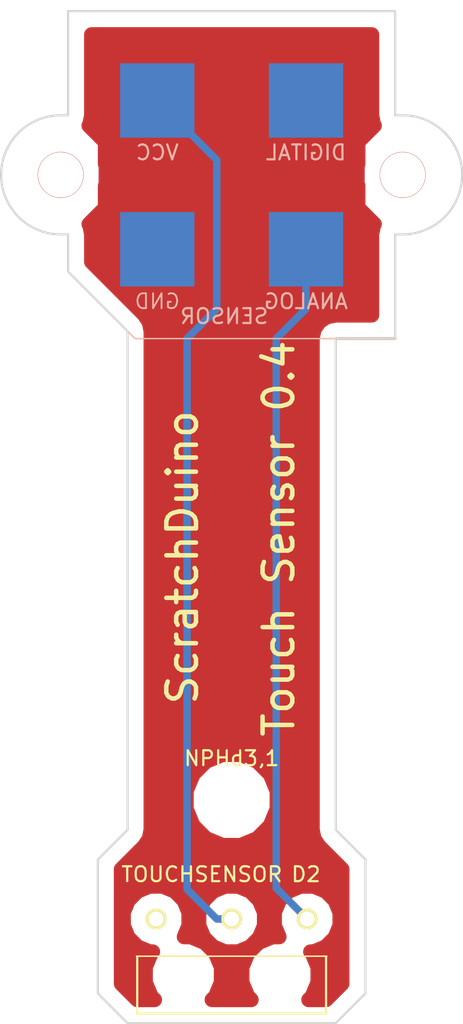
<source format=kicad_pcb>
(kicad_pcb (version 3) (host pcbnew "(2013-may-18)-stable")

  (general
    (links 2)
    (no_connects 0)
    (area 13.663999 12.837 45.947716 81.916001)
    (thickness 1.6)
    (drawings 29)
    (tracks 10)
    (zones 0)
    (modules 3)
    (nets 3)
  )

  (page A3)
  (layers
    (15 F.Cu signal)
    (0 B.Cu signal)
    (16 B.Adhes user hide)
    (17 F.Adhes user hide)
    (18 B.Paste user)
    (19 F.Paste user)
    (20 B.SilkS user)
    (21 F.SilkS user)
    (22 B.Mask user hide)
    (23 F.Mask user)
    (24 Dwgs.User user hide)
    (25 Cmts.User user hide)
    (26 Eco1.User user hide)
    (27 Eco2.User user hide)
    (28 Edge.Cuts user)
  )

  (setup
    (last_trace_width 0.5)
    (trace_clearance 0.254)
    (zone_clearance 1)
    (zone_45_only no)
    (trace_min 0.254)
    (segment_width 0.2)
    (edge_width 0.15)
    (via_size 1.5)
    (via_drill 1)
    (via_min_size 0.889)
    (via_min_drill 0.508)
    (uvia_size 0.508)
    (uvia_drill 0.127)
    (uvias_allowed no)
    (uvia_min_size 0.508)
    (uvia_min_drill 0.127)
    (pcb_text_width 0.3)
    (pcb_text_size 1.5 1.5)
    (mod_edge_width 0.15)
    (mod_text_size 1.5 1.5)
    (mod_text_width 0.15)
    (pad_size 3.1 3.1)
    (pad_drill 3)
    (pad_to_mask_clearance 0.2)
    (aux_axis_origin 0 0)
    (visible_elements FFFFFFBF)
    (pcbplotparams
      (layerselection 284983297)
      (usegerberextensions false)
      (excludeedgelayer true)
      (linewidth 0.100000)
      (plotframeref false)
      (viasonmask false)
      (mode 1)
      (useauxorigin false)
      (hpglpennumber 1)
      (hpglpenspeed 20)
      (hpglpendiameter 15)
      (hpglpenoverlay 2)
      (psnegative false)
      (psa4output false)
      (plotreference true)
      (plotvalue true)
      (plotothertext true)
      (plotinvisibletext false)
      (padsonsilk false)
      (subtractmaskfromsilk false)
      (outputformat 1)
      (mirror false)
      (drillshape 0)
      (scaleselection 1)
      (outputdirectory gerber/))
  )

  (net 0 "")
  (net 1 N-000002)
  (net 2 N-000004)

  (net_class Default "Это класс цепей по умолчанию."
    (clearance 0.254)
    (trace_width 0.5)
    (via_dia 1.5)
    (via_drill 1)
    (uvia_dia 0.508)
    (uvia_drill 0.127)
    (add_net "")
    (add_net N-000002)
    (add_net N-000004)
  )

  (module SENSOR (layer B.Cu) (tedit 55DECAE4) (tstamp 55D8D188)
    (at 17.968 13.341)
    (path /55D7AC0C)
    (fp_text reference P2 (at 11.5 1.5) (layer B.SilkS) hide
      (effects (font (size 1 1) (thickness 0.15)) (justify mirror))
    )
    (fp_text value SENSOR (at 11 21) (layer B.SilkS)
      (effects (font (size 1 1) (thickness 0.15)) (justify mirror))
    )
    (fp_text user DIGITAL (at 16.5 10) (layer B.SilkS)
      (effects (font (size 1 1) (thickness 0.15)) (justify mirror))
    )
    (fp_text user VCC (at 6.5 10) (layer B.SilkS)
      (effects (font (size 1 1) (thickness 0.15)) (justify mirror))
    )
    (fp_text user ANALOG (at 16.5 20) (layer B.SilkS)
      (effects (font (size 1 1) (thickness 0.15)) (justify mirror))
    )
    (fp_text user GND (at 6.5 20) (layer B.SilkS)
      (effects (font (size 1 1) (thickness 0.125)) (justify mirror))
    )
    (fp_line (start 23 15.5) (end 22.5 15.5) (layer B.SilkS) (width 0.1))
    (fp_line (start 22.5 15.5) (end 22.5 22.5) (layer B.SilkS) (width 0.1))
    (fp_line (start 22.5 0.5) (end 22.5 7.5) (layer B.SilkS) (width 0.1))
    (fp_line (start 22.5 7.5) (end 23 7.5) (layer B.SilkS) (width 0.1))
    (fp_line (start 0 7.5) (end 0.5 7.5) (layer B.SilkS) (width 0.1))
    (fp_line (start 0.5 7.5) (end 0.5 0.5) (layer B.SilkS) (width 0.1))
    (fp_line (start 0 15.5) (end 0.5 15.5) (layer B.SilkS) (width 0.1))
    (fp_line (start 0.5 15.5) (end 0.5 17.5) (layer B.SilkS) (width 0.1))
    (fp_arc (start 23 11.5) (end 27 11.5) (angle -90) (layer B.SilkS) (width 0.1))
    (fp_arc (start 23 11.5) (end 23 15.5) (angle -90) (layer B.SilkS) (width 0.1))
    (fp_arc (start 0 11.5) (end 0 7.5) (angle -90) (layer B.SilkS) (width 0.1))
    (fp_arc (start 0 11.5) (end -4 11.5) (angle -90) (layer B.SilkS) (width 0.1))
    (fp_circle (center 0 11.5) (end 1.5 11.5) (layer B.SilkS) (width 0.1))
    (fp_circle (center 23 11.5) (end 24.5 11.5) (layer B.SilkS) (width 0.1))
    (fp_line (start 0.5 17.5) (end 0.5 18) (layer B.SilkS) (width 0.1))
    (fp_line (start 0.5 18) (end 5 22.5) (layer B.SilkS) (width 0.1))
    (fp_line (start 5 22.5) (end 22.5 22.5) (layer B.SilkS) (width 0.1))
    (fp_line (start 22.5 0.5) (end 0.5 0.5) (layer B.SilkS) (width 0.1))
    (pad 2 smd rect (at 6.5 6.5) (size 5 5)
      (layers B.Cu B.Mask)
      (net 1 N-000002)
      (solder_mask_margin 0.1)
    )
    (pad 3 smd rect (at 16.5 6.5) (size 5 5)
      (layers B.Cu B.Mask)
    )
    (pad 1 smd rect (at 6.5 16.5) (size 5 5)
      (layers B.Cu B.Mask)
    )
    (pad 4 smd rect (at 16.5 16.5) (size 5 5)
      (layers B.Cu B.Mask)
      (net 2 N-000004)
    )
    (pad "" np_thru_hole circle (at 0 11.5) (size 3.1 3.1) (drill 3)
      (layers *.Cu *.Mask B.SilkS)
    )
    (pad "" np_thru_hole circle (at 23 11.5) (size 3.1 3.1) (drill 3)
      (layers *.Cu *.Mask B.SilkS)
    )
  )

  (module NPHd3,1 (layer F.Cu) (tedit 55DECAD0) (tstamp 55DEC3EC)
    (at 29.468 66.841)
    (fp_text reference NPHd3,1 (at 0 -2.794) (layer F.SilkS)
      (effects (font (size 1 1) (thickness 0.15)))
    )
    (fp_text value "" (at -0.004 6.184) (layer F.SilkS)
      (effects (font (size 1 1) (thickness 0.15)))
    )
    (pad "" np_thru_hole circle (at 0 0) (size 3.1 3.1) (drill 3.1)
      (layers *.Cu *.Mask F.SilkS)
    )
  )

  (module TOUCH_SENSOR (layer F.Cu) (tedit 55DED1C7) (tstamp 55D8D130)
    (at 29.468 74.841 180)
    (path /55D7AE08)
    (fp_text reference D2 (at -5 3 180) (layer F.SilkS)
      (effects (font (size 1 1) (thickness 0.15)))
    )
    (fp_text value TOUCHSENSOR (at 2 3 180) (layer F.SilkS)
      (effects (font (size 1 1) (thickness 0.15)))
    )
    (fp_line (start -6.35 -2.54) (end -6.35 -6.35) (layer F.SilkS) (width 0.15))
    (fp_line (start -6.35 -6.35) (end 6.35 -6.35) (layer F.SilkS) (width 0.15))
    (fp_line (start 6.35 -6.35) (end 6.35 -2.54) (layer F.SilkS) (width 0.15))
    (fp_line (start -6.4 -2.5) (end 6.4 -2.5) (layer F.SilkS) (width 0.1))
    (pad 2 thru_hole circle (at -5.08 0 180) (size 1.4 1.4) (drill 1)
      (layers *.Cu *.Mask F.SilkS)
      (net 2 N-000004)
    )
    (pad 1 thru_hole circle (at 0 0 180) (size 1.4 1.4) (drill 1)
      (layers *.Cu *.Mask F.SilkS)
      (net 1 N-000002)
    )
    (pad 3 thru_hole circle (at 5.08 0 180) (size 1.4 1.4) (drill 1)
      (layers *.Cu *.Mask F.SilkS)
    )
    (pad "" np_thru_hole circle (at -3.25 -3.75 180) (size 2.1 2.1) (drill 2.1)
      (layers *.Cu *.Mask F.SilkS)
    )
    (pad "" np_thru_hole circle (at 3.25 -3.75 180) (size 2.1 2.1) (drill 2.1)
      (layers *.Cu *.Mask F.SilkS)
    )
  )

  (gr_arc (start 40.968 24.841) (end 44.968 24.941) (angle 90) (layer Edge.Cuts) (width 0.15))
  (gr_line (start 22.468 35.841) (end 22.468 35.341) (angle 90) (layer Edge.Cuts) (width 0.15))
  (gr_line (start 36.468 36.841) (end 36.468 35.841) (angle 90) (layer Edge.Cuts) (width 0.15))
  (gr_line (start 36.468 36.841) (end 36.468 68.841) (angle 90) (layer Edge.Cuts) (width 0.15))
  (gr_line (start 22.468 68.841) (end 22.468 35.841) (angle 90) (layer Edge.Cuts) (width 0.15))
  (gr_line (start 20.468 70.841) (end 22.468 68.841) (angle 90) (layer Edge.Cuts) (width 0.15))
  (gr_line (start 38.468 70.841) (end 36.468 68.841) (angle 90) (layer Edge.Cuts) (width 0.15))
  (gr_line (start 38.468 79.841) (end 38.468 70.841) (angle 90) (layer Edge.Cuts) (width 0.15))
  (gr_line (start 20.468 79.841) (end 20.468 70.841) (angle 90) (layer Edge.Cuts) (width 0.15))
  (gr_line (start 36.468 81.841) (end 38.468 79.841) (angle 90) (layer Edge.Cuts) (width 0.15))
  (gr_line (start 22.468 81.841) (end 20.468 79.841) (angle 90) (layer Edge.Cuts) (width 0.15))
  (gr_line (start 22.468 81.841) (end 36.468 81.841) (angle 90) (layer Edge.Cuts) (width 0.15))
  (gr_line (start 18.468 31.341) (end 22.468 35.341) (angle 90) (layer Edge.Cuts) (width 0.15))
  (gr_line (start 18.468 28.841) (end 18.468 31.341) (angle 90) (layer Edge.Cuts) (width 0.15))
  (gr_line (start 18.068 28.841) (end 18.468 28.841) (angle 90) (layer Edge.Cuts) (width 0.15))
  (gr_line (start 40.468 35.841) (end 36.468 35.841) (angle 90) (layer Edge.Cuts) (width 0.15))
  (gr_line (start 40.468 28.841) (end 40.468 35.841) (angle 90) (layer Edge.Cuts) (width 0.15))
  (gr_line (start 40.868 28.841) (end 40.468 28.841) (angle 90) (layer Edge.Cuts) (width 0.15))
  (gr_line (start 40.468 20.841) (end 41.168 20.841) (angle 90) (layer Edge.Cuts) (width 0.15))
  (gr_line (start 40.468 13.841) (end 40.468 20.841) (angle 90) (layer Edge.Cuts) (width 0.15))
  (gr_line (start 18.468 13.841) (end 40.468 13.841) (angle 90) (layer Edge.Cuts) (width 0.15))
  (gr_line (start 18.468 20.841) (end 18.468 13.841) (angle 90) (layer Edge.Cuts) (width 0.15))
  (gr_line (start 17.768 20.841) (end 18.468 20.841) (angle 90) (layer Edge.Cuts) (width 0.15))
  (gr_arc (start 40.968 24.841) (end 41.168 20.841) (angle 90) (layer Edge.Cuts) (width 0.15))
  (gr_arc (start 17.968 24.841) (end 18.068 28.841) (angle 90) (layer Edge.Cuts) (width 0.15))
  (gr_arc (start 17.968 24.841) (end 13.968 25.041) (angle 90) (layer Edge.Cuts) (width 0.15))
  (gr_text "Touch Sensor 0.4" (at 32.639 49.276 90) (layer F.SilkS)
    (effects (font (size 2 2) (thickness 0.3)))
  )
  (gr_text ScratchDuino (at 26.162 50.546 90) (layer F.SilkS)
    (effects (font (size 2 2) (thickness 0.3)))
  )
  (gr_line (start 40.468 35.841) (end 36.468 35.841) (angle 90) (layer B.SilkS) (width 0.2))

  (segment (start 26.468 35.841) (end 28.468 33.841) (width 0.5) (layer B.Cu) (net 1))
  (segment (start 28.468 74.841) (end 26.468 72.841) (width 0.5) (layer B.Cu) (net 1) (tstamp 55D8E7A4))
  (segment (start 26.468 72.841) (end 26.468 35.841) (width 0.5) (layer B.Cu) (net 1) (tstamp 55D8E7A6))
  (segment (start 29.468 74.841) (end 28.468 74.841) (width 0.5) (layer B.Cu) (net 1))
  (segment (start 28.468 23.841) (end 24.468 19.841) (width 0.5) (layer B.Cu) (net 1) (tstamp 55D8E7AE))
  (segment (start 28.468 33.841) (end 28.468 23.841) (width 0.5) (layer B.Cu) (net 1) (tstamp 55D8E7AD))
  (segment (start 34.468 29.841) (end 34.468 33.841) (width 0.5) (layer B.Cu) (net 2))
  (segment (start 32.468 72.761) (end 34.548 74.841) (width 0.5) (layer B.Cu) (net 2) (tstamp 55D8E7A0))
  (segment (start 32.468 35.841) (end 32.468 72.761) (width 0.5) (layer B.Cu) (net 2) (tstamp 55D8E798))
  (segment (start 34.468 33.841) (end 32.468 35.841) (width 0.5) (layer B.Cu) (net 2) (tstamp 55D8E791))

  (zone (net 0) (net_name "") (layer F.Cu) (tstamp 55DEC76F) (hatch edge 0.508)
    (connect_pads (clearance 1))
    (min_thickness 1)
    (fill (arc_segments 16) (thermal_gap 1) (thermal_bridge_width 1.2))
    (polygon
      (pts
        (xy 40.468 35.841) (xy 36.468 35.841) (xy 36.468 68.841) (xy 38.468 70.841) (xy 38.468 79.841)
        (xy 36.468 81.841) (xy 22.468 81.841) (xy 20.468 79.841) (xy 20.468 70.841) (xy 22.468 68.841)
        (xy 22.468 35.341) (xy 18.468 31.341) (xy 18.468 28.841) (xy 20.468 26.841) (xy 20.468 22.841)
        (xy 18.468 20.841) (xy 18.468 13.841) (xy 40.468 13.841) (xy 40.468 20.841) (xy 38.468 22.841)
        (xy 38.468 26.841) (xy 40.468 28.841)
      )
    )
    (filled_polygon
      (pts
        (xy 39.071079 28.151186) (xy 39.01289 28.238274) (xy 38.893 28.841) (xy 38.893 34.266) (xy 36.468 34.266)
        (xy 35.865274 34.38589) (xy 35.354307 34.727307) (xy 35.01289 35.238274) (xy 34.893 35.841) (xy 34.893 36.841)
        (xy 34.893 68.841) (xy 35.01289 69.443727) (xy 35.354307 69.954693) (xy 36.893 71.493386) (xy 36.893 79.188614)
        (xy 35.815614 80.266) (xy 34.649469 80.266) (xy 34.878524 80.037345) (xy 34.878589 80.037187) (xy 34.878631 80.037183)
        (xy 35.069324 79.577846) (xy 35.267556 79.100452) (xy 35.267556 79.100352) (xy 35.267594 79.100261) (xy 35.267996 78.595258)
        (xy 35.268441 78.085999) (xy 35.268402 78.085906) (xy 35.268403 78.085808) (xy 35.075979 77.620204) (xy 34.881045 77.148428)
        (xy 34.880974 77.148357) (xy 34.880937 77.148267) (xy 34.878631 77.144817) (xy 34.877299 77.144676) (xy 34.774001 77.041197)
        (xy 34.983687 77.041381) (xy 35.792572 76.707156) (xy 36.411981 76.088827) (xy 36.747617 75.280527) (xy 36.748381 74.405313)
        (xy 36.414156 73.596428) (xy 35.795827 72.977019) (xy 34.987527 72.641383) (xy 34.112313 72.640619) (xy 33.303428 72.974844)
        (xy 32.684019 73.593173) (xy 32.522234 73.982793) (xy 32.522234 66.25601) (xy 32.518519 66.246858) (xy 32.518528 66.236979)
        (xy 32.290424 65.684925) (xy 32.065878 65.131735) (xy 32.055324 65.11594) (xy 32.055172 65.115571) (xy 32.054886 65.115285)
        (xy 32.04132 65.094981) (xy 32.032914 65.093274) (xy 31.215361 64.274294) (xy 31.214019 64.26768) (xy 31.204921 64.263835)
        (xy 31.197942 64.256844) (xy 30.646328 64.027794) (xy 30.096344 63.79539) (xy 30.086468 63.795319) (xy 30.077344 63.791531)
        (xy 29.480069 63.791009) (xy 28.88301 63.786766) (xy 28.873858 63.79048) (xy 28.863979 63.790472) (xy 28.311925 64.018575)
        (xy 27.758735 64.243122) (xy 27.74294 64.253675) (xy 27.742571 64.253828) (xy 27.742285 64.254113) (xy 27.721981 64.26768)
        (xy 27.720274 64.276085) (xy 26.901294 65.093638) (xy 26.89468 65.094981) (xy 26.890835 65.104078) (xy 26.883844 65.111058)
        (xy 26.654794 65.662671) (xy 26.42239 66.212656) (xy 26.422319 66.222531) (xy 26.418531 66.231656) (xy 26.418009 66.82893)
        (xy 26.413766 67.42599) (xy 26.41748 67.435141) (xy 26.417472 67.445021) (xy 26.645575 67.997074) (xy 26.870122 68.550265)
        (xy 26.880675 68.566059) (xy 26.880828 68.566429) (xy 26.881113 68.566714) (xy 26.89468 68.587019) (xy 26.903085 68.588725)
        (xy 27.720638 69.407705) (xy 27.721981 69.41432) (xy 27.731078 69.418164) (xy 27.738058 69.425156) (xy 28.289671 69.654205)
        (xy 28.839656 69.88661) (xy 28.849531 69.88668) (xy 28.858656 69.890469) (xy 29.45593 69.89099) (xy 30.05299 69.895234)
        (xy 30.062141 69.891519) (xy 30.072021 69.891528) (xy 30.624074 69.663424) (xy 31.177265 69.438878) (xy 31.193059 69.428324)
        (xy 31.193429 69.428172) (xy 31.193714 69.427886) (xy 31.214019 69.41432) (xy 31.215725 69.405914) (xy 32.034705 68.588361)
        (xy 32.04132 68.587019) (xy 32.045164 68.577921) (xy 32.052156 68.570942) (xy 32.281205 68.019328) (xy 32.51361 67.469344)
        (xy 32.51368 67.459468) (xy 32.517469 67.450344) (xy 32.51799 66.853069) (xy 32.522234 66.25601) (xy 32.522234 73.982793)
        (xy 32.348383 74.401473) (xy 32.347619 75.276687) (xy 32.663407 76.040951) (xy 32.212999 76.040559) (xy 32.212906 76.040597)
        (xy 32.212808 76.040597) (xy 31.747204 76.23302) (xy 31.668381 76.265589) (xy 31.668381 74.405313) (xy 31.334156 73.596428)
        (xy 30.715827 72.977019) (xy 29.907527 72.641383) (xy 29.032313 72.640619) (xy 28.223428 72.974844) (xy 27.604019 73.593173)
        (xy 27.268383 74.401473) (xy 27.267619 75.276687) (xy 27.601844 76.085572) (xy 28.220173 76.704981) (xy 29.028473 77.040617)
        (xy 29.903687 77.041381) (xy 30.712572 76.707156) (xy 31.331981 76.088827) (xy 31.667617 75.280527) (xy 31.668381 74.405313)
        (xy 31.668381 76.265589) (xy 31.275428 76.427955) (xy 31.275357 76.428025) (xy 31.275267 76.428063) (xy 31.271817 76.430369)
        (xy 31.271676 76.4317) (xy 30.557476 77.144655) (xy 30.55741 77.144812) (xy 30.557369 77.144817) (xy 30.366675 77.604153)
        (xy 30.168444 78.081548) (xy 30.168443 78.081647) (xy 30.168406 78.081739) (xy 30.168003 78.586741) (xy 30.167559 79.096001)
        (xy 30.167597 79.096093) (xy 30.167597 79.096192) (xy 30.36002 79.561795) (xy 30.554955 80.033572) (xy 30.555025 80.033642)
        (xy 30.555063 80.033733) (xy 30.557369 80.037183) (xy 30.5587 80.037323) (xy 30.786977 80.266) (xy 28.149469 80.266)
        (xy 28.378524 80.037345) (xy 28.378589 80.037187) (xy 28.378631 80.037183) (xy 28.569324 79.577846) (xy 28.767556 79.100452)
        (xy 28.767556 79.100352) (xy 28.767594 79.100261) (xy 28.767996 78.595258) (xy 28.768441 78.085999) (xy 28.768402 78.085906)
        (xy 28.768403 78.085808) (xy 28.575979 77.620204) (xy 28.381045 77.148428) (xy 28.380974 77.148357) (xy 28.380937 77.148267)
        (xy 28.378631 77.144817) (xy 28.377299 77.144676) (xy 27.664345 76.430476) (xy 27.664187 76.43041) (xy 27.664183 76.430369)
        (xy 27.204846 76.239675) (xy 26.727452 76.041444) (xy 26.727352 76.041443) (xy 26.727261 76.041406) (xy 26.27445 76.041044)
        (xy 26.422357 75.678514) (xy 26.587617 75.280527) (xy 26.587623 75.273439) (xy 26.590298 75.266883) (xy 26.588004 74.836284)
        (xy 26.588381 74.405313) (xy 26.585674 74.398763) (xy 26.585637 74.391682) (xy 26.25968 73.604752) (xy 26.257573 73.604699)
        (xy 26.254156 73.596428) (xy 25.635827 72.977019) (xy 25.624321 72.972241) (xy 25.624248 72.96932) (xy 25.225514 72.806642)
        (xy 24.827527 72.641383) (xy 24.820439 72.641376) (xy 24.813883 72.638702) (xy 24.383284 72.640995) (xy 23.952313 72.640619)
        (xy 23.945763 72.643325) (xy 23.938682 72.643363) (xy 23.151752 72.96932) (xy 23.151699 72.971426) (xy 23.143428 72.974844)
        (xy 22.524019 73.593173) (xy 22.519241 73.604678) (xy 22.51632 73.604752) (xy 22.353642 74.003485) (xy 22.188383 74.401473)
        (xy 22.188376 74.40856) (xy 22.185702 74.415117) (xy 22.187995 74.845715) (xy 22.187619 75.276687) (xy 22.190325 75.283236)
        (xy 22.190363 75.290318) (xy 22.51632 76.077248) (xy 22.518426 76.0773) (xy 22.521844 76.085572) (xy 23.140173 76.704981)
        (xy 23.151678 76.709758) (xy 23.151752 76.71268) (xy 23.550485 76.875357) (xy 23.948473 77.040617) (xy 23.95556 77.040623)
        (xy 23.962117 77.043298) (xy 24.160066 77.042243) (xy 24.057476 77.144655) (xy 24.05741 77.144812) (xy 24.057369 77.144817)
        (xy 23.866675 77.604153) (xy 23.668444 78.081548) (xy 23.668443 78.081647) (xy 23.668406 78.081739) (xy 23.668003 78.586741)
        (xy 23.667559 79.096001) (xy 23.667597 79.096093) (xy 23.667597 79.096192) (xy 23.86002 79.561795) (xy 24.054955 80.033572)
        (xy 24.055025 80.033642) (xy 24.055063 80.033733) (xy 24.057369 80.037183) (xy 24.0587 80.037323) (xy 24.286977 80.266)
        (xy 23.120386 80.266) (xy 22.043 79.188614) (xy 22.043 71.493386) (xy 23.581693 69.954693) (xy 23.92311 69.443727)
        (xy 23.92311 69.443726) (xy 24.043 68.841) (xy 24.043 35.841) (xy 24.043 35.341) (xy 23.92311 34.738274)
        (xy 23.92311 34.738273) (xy 23.581693 34.227307) (xy 20.043 30.688614) (xy 20.043 28.841) (xy 19.92311 28.238274)
        (xy 19.86492 28.151186) (xy 20.968 27.048107) (xy 20.968 25.57728) (xy 21.01361 25.469344) (xy 21.01368 25.459468)
        (xy 21.017469 25.450344) (xy 21.01799 24.853069) (xy 21.022234 24.25601) (xy 21.018519 24.246858) (xy 21.018528 24.236979)
        (xy 20.968 24.114691) (xy 20.968 22.633893) (xy 19.86492 21.530813) (xy 19.92311 21.443726) (xy 20.043 20.841)
        (xy 20.043 15.416) (xy 38.893 15.416) (xy 38.893 20.841) (xy 39.01289 21.443726) (xy 39.071079 21.530813)
        (xy 37.968 22.633893) (xy 37.968 24.104719) (xy 37.92239 24.212656) (xy 37.922319 24.222531) (xy 37.918531 24.231656)
        (xy 37.918009 24.82893) (xy 37.913766 25.42599) (xy 37.91748 25.435141) (xy 37.917472 25.445021) (xy 37.968 25.567308)
        (xy 37.968 27.048107) (xy 39.071079 28.151186)
      )
    )
  )
)

</source>
